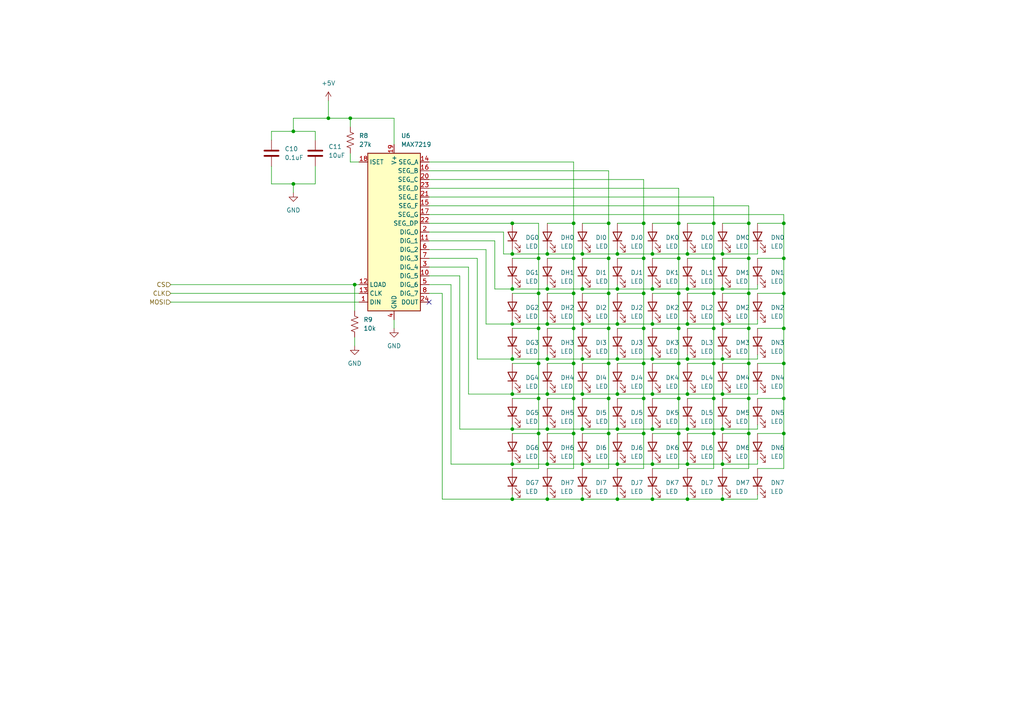
<source format=kicad_sch>
(kicad_sch (version 20211123) (generator eeschema)
  (paper "A4")
  (lib_symbols
    (symbol "Device:C" (pin_numbers hide) (pin_names (offset 0.254))
      (property "Reference" "C" (at 0.635 2.54 0))
      (property "Value" "C" (at 0.635 -2.54 0))
      (symbol "C_0_1"
        (polyline (pts (xy -2.032 -0.762) (xy 2.032 -0.762)) (stroke (width 0.508)))
        (polyline (pts (xy -2.032 0.762) (xy 2.032 0.762)) (stroke (width 0.508)))
      )
      (symbol "C_1_1"
        (pin passive line (at 0 3.81 270) (length 2.794) (name "~") (number "1"))
        (pin passive line (at 0 -3.81 90) (length 2.794) (name "~") (number "2"))
      )
    )
    (symbol "Device:LED" (pin_numbers hide) (pin_names (offset 1.016) hide)
      (property "Reference" "D" (at 0 2.54 0))
      (property "Value" "LED" (at 0 -2.54 0))
      (symbol "LED_0_1"
        (polyline (pts (xy -1.27 -1.27) (xy -1.27 1.27)) (stroke (width 0.254)))
        (polyline (pts (xy -1.27 0) (xy 1.27 0)))
        (polyline (pts (xy 1.27 -1.27) (xy 1.27 1.27) (xy -1.27 0) (xy 1.27 -1.27)) (stroke (width 0.254)))
        (polyline (pts (xy -3.048 -0.762) (xy -4.572 -2.286) (xy -3.81 -2.286) (xy -4.572 -2.286) (xy -4.572 -1.524)))
        (polyline (pts (xy -1.778 -0.762) (xy -3.302 -2.286) (xy -2.54 -2.286) (xy -3.302 -2.286) (xy -3.302 -1.524)))
      )
      (symbol "LED_1_1"
        (pin passive line (at -3.81 0 0) (length 2.54) (name "K") (number "1"))
        (pin passive line (at 3.81 0 180) (length 2.54) (name "A") (number "2"))
      )
    )
    (symbol "Device:R_US" (pin_numbers hide) (pin_names (offset 0))
      (property "Reference" "R" (at 2.54 0 90))
      (property "Value" "R_US" (at -2.54 0 90))
      (symbol "R_US_0_1"
        (polyline (pts (xy 0 -2.286) (xy 0 -2.54)))
        (polyline (pts (xy 0 2.286) (xy 0 2.54)))
        (polyline (pts (xy 0 -0.762) (xy 1.016 -1.143) (xy 0 -1.524) (xy -1.016 -1.905) (xy 0 -2.286)))
        (polyline (pts (xy 0 0.762) (xy 1.016 0.381) (xy 0 0) (xy -1.016 -0.381) (xy 0 -0.762)))
        (polyline (pts (xy 0 2.286) (xy 1.016 1.905) (xy 0 1.524) (xy -1.016 1.143) (xy 0 0.762)))
      )
      (symbol "R_US_1_1"
        (pin passive line (at 0 3.81 270) (length 1.27) (name "~") (number "1"))
        (pin passive line (at 0 -3.81 90) (length 1.27) (name "~") (number "2"))
      )
    )
    (symbol "Driver_LED:MAX7219"
      (property "Reference" "U" (at -6.35 24.13 0))
      (property "Value" "MAX7219" (at 1.27 25.4 0))
      (symbol "MAX7219_0_1"
        (rectangle (start -7.62 22.86) (end 7.62 -22.86) (stroke (width 0.254)) (fill (type background)))
      )
      (symbol "MAX7219_1_1"
        (pin input line (at -10.16 -20.32 0) (length 2.54) (name "DIN") (number "1"))
        (pin output line (at 10.16 -12.7 180) (length 2.54) (name "DIG_5") (number "10"))
        (pin output line (at 10.16 -2.54 180) (length 2.54) (name "DIG_1") (number "11"))
        (pin input line (at -10.16 -15.24 0) (length 2.54) (name "LOAD") (number "12"))
        (pin input line (at -10.16 -17.78 0) (length 2.54) (name "CLK") (number "13"))
        (pin output line (at 10.16 20.32 180) (length 2.54) (name "SEG_A") (number "14"))
        (pin output line (at 10.16 7.62 180) (length 2.54) (name "SEG_F") (number "15"))
        (pin output line (at 10.16 17.78 180) (length 2.54) (name "SEG_B") (number "16"))
        (pin output line (at 10.16 5.08 180) (length 2.54) (name "SEG_G") (number "17"))
        (pin input line (at -10.16 20.32 0) (length 2.54) (name "ISET") (number "18"))
        (pin power_in line (at 0 25.4 270) (length 2.54) (name "V+") (number "19"))
        (pin output line (at 10.16 0 180) (length 2.54) (name "DIG_0") (number "2"))
        (pin output line (at 10.16 15.24 180) (length 2.54) (name "SEG_C") (number "20"))
        (pin output line (at 10.16 10.16 180) (length 2.54) (name "SEG_E") (number "21"))
        (pin output line (at 10.16 2.54 180) (length 2.54) (name "SEG_DP") (number "22"))
        (pin output line (at 10.16 12.7 180) (length 2.54) (name "SEG_D") (number "23"))
        (pin output line (at 10.16 -20.32 180) (length 2.54) (name "DOUT") (number "24"))
        (pin output line (at 10.16 -10.16 180) (length 2.54) (name "DIG_4") (number "3"))
        (pin power_in line (at 0 -25.4 90) (length 2.54) (name "GND") (number "4"))
        (pin output line (at 10.16 -15.24 180) (length 2.54) (name "DIG_6") (number "5"))
        (pin output line (at 10.16 -5.08 180) (length 2.54) (name "DIG_2") (number "6"))
        (pin output line (at 10.16 -7.62 180) (length 2.54) (name "DIG_3") (number "7"))
        (pin output line (at 10.16 -17.78 180) (length 2.54) (name "DIG_7") (number "8"))
        (pin passive line (at 0 -25.4 90) (length 2.54) hide (name "GND") (number "9"))
      )
    )
    (symbol "power:+5V" (power) (pin_names (offset 0))
      (property "Value" "+5V" (at 0 3.556 0))
      (symbol "+5V_0_1"
        (polyline (pts (xy -0.762 1.27) (xy 0 2.54)))
        (polyline (pts (xy 0 0) (xy 0 2.54)))
        (polyline (pts (xy 0 2.54) (xy 0.762 1.27)))
      )
      (symbol "+5V_1_1"
        (pin power_in line (at 0 0 90) (length 0) hide (name "+5V") (number "1"))
      )
    )
    (symbol "power:GND" (power) (pin_names (offset 0))
      (property "Value" "GND" (at 0 -3.81 0))
      (symbol "GND_0_1"
        (polyline (pts (xy 0 0) (xy 0 -1.27) (xy 1.27 -1.27) (xy 0 -2.54) (xy -1.27 -1.27) (xy 0 -1.27)))
      )
      (symbol "GND_1_1"
        (pin power_in line (at 0 0 270) (length 0) hide (name "GND") (number "1"))
      )
    )
  )
  (junction (at 217.17 105.41))
  (junction (at 209.55 124.46))
  (junction (at 168.91 73.66))
  (junction (at 179.07 73.66))
  (junction (at 207.01 64.77))
  (junction (at 209.55 73.66))
  (junction (at 176.53 85.09))
  (junction (at 209.55 83.82))
  (junction (at 227.33 95.25))
  (junction (at 168.91 83.82))
  (junction (at 166.37 64.77))
  (junction (at 156.21 125.73))
  (junction (at 101.6 34.29))
  (junction (at 199.39 73.66))
  (junction (at 186.69 95.25))
  (junction (at 207.01 105.41))
  (junction (at 189.23 144.78))
  (junction (at 168.91 93.98))
  (junction (at 186.69 115.57))
  (junction (at 176.53 115.57))
  (junction (at 207.01 95.25))
  (junction (at 179.07 124.46))
  (junction (at 166.37 74.93))
  (junction (at 199.39 93.98))
  (junction (at 102.87 82.55))
  (junction (at 189.23 134.62))
  (junction (at 148.59 64.77))
  (junction (at 158.75 104.14))
  (junction (at 179.07 144.78))
  (junction (at 199.39 104.14))
  (junction (at 85.09 53.34))
  (junction (at 166.37 125.73))
  (junction (at 176.53 105.41))
  (junction (at 217.17 95.25))
  (junction (at 156.21 115.57))
  (junction (at 168.91 104.14))
  (junction (at 158.75 83.82))
  (junction (at 209.55 134.62))
  (junction (at 166.37 85.09))
  (junction (at 199.39 114.3))
  (junction (at 158.75 93.98))
  (junction (at 148.59 73.66))
  (junction (at 207.01 85.09))
  (junction (at 166.37 95.25))
  (junction (at 168.91 114.3))
  (junction (at 186.69 64.77))
  (junction (at 209.55 93.98))
  (junction (at 217.17 85.09))
  (junction (at 227.33 105.41))
  (junction (at 166.37 105.41))
  (junction (at 196.85 115.57))
  (junction (at 158.75 124.46))
  (junction (at 196.85 74.93))
  (junction (at 168.91 134.62))
  (junction (at 209.55 114.3))
  (junction (at 158.75 73.66))
  (junction (at 209.55 104.14))
  (junction (at 207.01 115.57))
  (junction (at 217.17 115.57))
  (junction (at 148.59 144.78))
  (junction (at 148.59 93.98))
  (junction (at 179.07 134.62))
  (junction (at 179.07 114.3))
  (junction (at 186.69 85.09))
  (junction (at 209.55 144.78))
  (junction (at 85.09 38.1))
  (junction (at 189.23 104.14))
  (junction (at 199.39 83.82))
  (junction (at 148.59 134.62))
  (junction (at 199.39 134.62))
  (junction (at 217.17 125.73))
  (junction (at 196.85 85.09))
  (junction (at 179.07 93.98))
  (junction (at 189.23 124.46))
  (junction (at 189.23 93.98))
  (junction (at 199.39 144.78))
  (junction (at 207.01 74.93))
  (junction (at 196.85 64.77))
  (junction (at 186.69 74.93))
  (junction (at 227.33 64.77))
  (junction (at 168.91 124.46))
  (junction (at 176.53 125.73))
  (junction (at 196.85 105.41))
  (junction (at 186.69 125.73))
  (junction (at 148.59 124.46))
  (junction (at 199.39 124.46))
  (junction (at 95.25 34.29))
  (junction (at 189.23 83.82))
  (junction (at 179.07 104.14))
  (junction (at 227.33 85.09))
  (junction (at 189.23 73.66))
  (junction (at 156.21 85.09))
  (junction (at 148.59 83.82))
  (junction (at 176.53 64.77))
  (junction (at 179.07 83.82))
  (junction (at 189.23 114.3))
  (junction (at 156.21 74.93))
  (junction (at 158.75 114.3))
  (junction (at 227.33 74.93))
  (junction (at 158.75 134.62))
  (junction (at 186.69 105.41))
  (junction (at 217.17 74.93))
  (junction (at 176.53 74.93))
  (junction (at 196.85 125.73))
  (junction (at 168.91 144.78))
  (junction (at 148.59 104.14))
  (junction (at 156.21 95.25))
  (junction (at 166.37 115.57))
  (junction (at 207.01 125.73))
  (junction (at 148.59 114.3))
  (junction (at 158.75 144.78))
  (junction (at 156.21 105.41))
  (junction (at 176.53 95.25))
  (junction (at 217.17 64.77))
  (junction (at 227.33 115.57))
  (junction (at 227.33 125.73))
  (junction (at 196.85 95.25))
  (no_connect (at 124.46 87.63))
  (wire (pts (xy 199.39 114.3) (xy 189.23 114.3)))
  (wire (pts (xy 199.39 102.87) (xy 199.39 104.14)))
  (wire (pts (xy 148.59 104.14) (xy 138.43 104.14)))
  (wire (pts (xy 219.71 85.09) (xy 227.33 85.09)))
  (wire (pts (xy 179.07 124.46) (xy 168.91 124.46)))
  (wire (pts (xy 176.53 85.09) (xy 176.53 95.25)))
  (wire (pts (xy 227.33 85.09) (xy 227.33 95.25)))
  (wire (pts (xy 179.07 93.98) (xy 168.91 93.98)))
  (wire (pts (xy 189.23 85.09) (xy 196.85 85.09)))
  (wire (pts (xy 114.3 34.29) (xy 101.6 34.29)))
  (wire (pts (xy 158.75 114.3) (xy 148.59 114.3)))
  (wire (pts (xy 209.55 64.77) (xy 217.17 64.77)))
  (wire (pts (xy 179.07 143.51) (xy 179.07 144.78)))
  (wire (pts (xy 166.37 85.09) (xy 166.37 95.25)))
  (wire (pts (xy 158.75 105.41) (xy 166.37 105.41)))
  (wire (pts (xy 148.59 124.46) (xy 133.35 124.46)))
  (wire (pts (xy 189.23 105.41) (xy 196.85 105.41)))
  (wire (pts (xy 168.91 143.51) (xy 168.91 144.78)))
  (wire (pts (xy 176.53 95.25) (xy 176.53 105.41)))
  (wire (pts (xy 219.71 144.78) (xy 209.55 144.78)))
  (wire (pts (xy 168.91 124.46) (xy 158.75 124.46)))
  (wire (pts (xy 219.71 113.03) (xy 219.71 114.3)))
  (wire (pts (xy 101.6 34.29) (xy 101.6 36.83)))
  (wire (pts (xy 189.23 95.25) (xy 196.85 95.25)))
  (wire (pts (xy 189.23 113.03) (xy 189.23 114.3)))
  (wire (pts (xy 114.3 41.91) (xy 114.3 34.29)))
  (wire (pts (xy 49.53 85.09) (xy 104.14 85.09)))
  (wire (pts (xy 124.46 69.85) (xy 143.51 69.85)))
  (wire (pts (xy 199.39 144.78) (xy 189.23 144.78)))
  (wire (pts (xy 176.53 64.77) (xy 176.53 74.93)))
  (wire (pts (xy 158.75 102.87) (xy 158.75 104.14)))
  (wire (pts (xy 217.17 95.25) (xy 217.17 105.41)))
  (wire (pts (xy 179.07 82.55) (xy 179.07 83.82)))
  (wire (pts (xy 199.39 74.93) (xy 207.01 74.93)))
  (wire (pts (xy 78.74 38.1) (xy 85.09 38.1)))
  (wire (pts (xy 95.25 29.21) (xy 95.25 34.29)))
  (wire (pts (xy 158.75 133.35) (xy 158.75 134.62)))
  (wire (pts (xy 179.07 105.41) (xy 186.69 105.41)))
  (wire (pts (xy 189.23 125.73) (xy 196.85 125.73)))
  (wire (pts (xy 130.81 134.62) (xy 130.81 82.55)))
  (wire (pts (xy 102.87 82.55) (xy 102.87 90.17)))
  (wire (pts (xy 176.53 74.93) (xy 176.53 85.09)))
  (wire (pts (xy 168.91 105.41) (xy 176.53 105.41)))
  (wire (pts (xy 186.69 125.73) (xy 186.69 135.89)))
  (wire (pts (xy 156.21 85.09) (xy 156.21 95.25)))
  (wire (pts (xy 179.07 64.77) (xy 186.69 64.77)))
  (wire (pts (xy 91.44 48.26) (xy 91.44 53.34)))
  (wire (pts (xy 199.39 115.57) (xy 207.01 115.57)))
  (wire (pts (xy 219.71 104.14) (xy 209.55 104.14)))
  (wire (pts (xy 148.59 134.62) (xy 130.81 134.62)))
  (wire (pts (xy 219.71 102.87) (xy 219.71 104.14)))
  (wire (pts (xy 179.07 92.71) (xy 179.07 93.98)))
  (wire (pts (xy 49.53 82.55) (xy 102.87 82.55)))
  (wire (pts (xy 209.55 144.78) (xy 199.39 144.78)))
  (wire (pts (xy 199.39 73.66) (xy 189.23 73.66)))
  (wire (pts (xy 148.59 143.51) (xy 148.59 144.78)))
  (wire (pts (xy 124.46 59.69) (xy 217.17 59.69)))
  (wire (pts (xy 199.39 123.19) (xy 199.39 124.46)))
  (wire (pts (xy 148.59 74.93) (xy 156.21 74.93)))
  (wire (pts (xy 179.07 72.39) (xy 179.07 73.66)))
  (wire (pts (xy 219.71 92.71) (xy 219.71 93.98)))
  (wire (pts (xy 156.21 135.89) (xy 148.59 135.89)))
  (wire (pts (xy 207.01 64.77) (xy 207.01 74.93)))
  (wire (pts (xy 189.23 124.46) (xy 179.07 124.46)))
  (wire (pts (xy 158.75 125.73) (xy 166.37 125.73)))
  (wire (pts (xy 168.91 93.98) (xy 158.75 93.98)))
  (wire (pts (xy 207.01 74.93) (xy 207.01 85.09)))
  (wire (pts (xy 166.37 46.99) (xy 166.37 64.77)))
  (wire (pts (xy 199.39 143.51) (xy 199.39 144.78)))
  (wire (pts (xy 209.55 85.09) (xy 217.17 85.09)))
  (wire (pts (xy 135.89 114.3) (xy 135.89 77.47)))
  (wire (pts (xy 148.59 85.09) (xy 156.21 85.09)))
  (wire (pts (xy 91.44 38.1) (xy 91.44 40.64)))
  (wire (pts (xy 207.01 125.73) (xy 207.01 135.89)))
  (wire (pts (xy 227.33 62.23) (xy 227.33 64.77)))
  (wire (pts (xy 189.23 72.39) (xy 189.23 73.66)))
  (wire (pts (xy 176.53 135.89) (xy 168.91 135.89)))
  (wire (pts (xy 176.53 125.73) (xy 176.53 135.89)))
  (wire (pts (xy 138.43 74.93) (xy 124.46 74.93)))
  (wire (pts (xy 156.21 115.57) (xy 156.21 125.73)))
  (wire (pts (xy 207.01 105.41) (xy 207.01 115.57)))
  (wire (pts (xy 148.59 72.39) (xy 148.59 73.66)))
  (wire (pts (xy 219.71 124.46) (xy 209.55 124.46)))
  (wire (pts (xy 49.53 87.63) (xy 104.14 87.63)))
  (wire (pts (xy 227.33 125.73) (xy 227.33 135.89)))
  (wire (pts (xy 219.71 93.98) (xy 209.55 93.98)))
  (wire (pts (xy 176.53 49.53) (xy 176.53 64.77)))
  (wire (pts (xy 168.91 64.77) (xy 176.53 64.77)))
  (wire (pts (xy 85.09 55.88) (xy 85.09 53.34)))
  (wire (pts (xy 227.33 135.89) (xy 219.71 135.89)))
  (wire (pts (xy 189.23 115.57) (xy 196.85 115.57)))
  (wire (pts (xy 199.39 95.25) (xy 207.01 95.25)))
  (wire (pts (xy 102.87 97.79) (xy 102.87 100.33)))
  (wire (pts (xy 130.81 82.55) (xy 124.46 82.55)))
  (wire (pts (xy 168.91 92.71) (xy 168.91 93.98)))
  (wire (pts (xy 158.75 64.77) (xy 166.37 64.77)))
  (wire (pts (xy 196.85 135.89) (xy 189.23 135.89)))
  (wire (pts (xy 189.23 102.87) (xy 189.23 104.14)))
  (wire (pts (xy 168.91 133.35) (xy 168.91 134.62)))
  (wire (pts (xy 199.39 93.98) (xy 189.23 93.98)))
  (wire (pts (xy 148.59 144.78) (xy 128.27 144.78)))
  (wire (pts (xy 199.39 105.41) (xy 207.01 105.41)))
  (wire (pts (xy 148.59 73.66) (xy 146.05 73.66)))
  (wire (pts (xy 158.75 124.46) (xy 148.59 124.46)))
  (wire (pts (xy 219.71 64.77) (xy 227.33 64.77)))
  (wire (pts (xy 219.71 133.35) (xy 219.71 134.62)))
  (wire (pts (xy 148.59 95.25) (xy 156.21 95.25)))
  (wire (pts (xy 85.09 34.29) (xy 85.09 38.1)))
  (wire (pts (xy 196.85 105.41) (xy 196.85 115.57)))
  (wire (pts (xy 166.37 74.93) (xy 166.37 85.09)))
  (wire (pts (xy 168.91 104.14) (xy 158.75 104.14)))
  (wire (pts (xy 199.39 72.39) (xy 199.39 73.66)))
  (wire (pts (xy 133.35 80.01) (xy 124.46 80.01)))
  (wire (pts (xy 189.23 93.98) (xy 179.07 93.98)))
  (wire (pts (xy 209.55 113.03) (xy 209.55 114.3)))
  (wire (pts (xy 148.59 125.73) (xy 156.21 125.73)))
  (wire (pts (xy 101.6 46.99) (xy 104.14 46.99)))
  (wire (pts (xy 189.23 83.82) (xy 199.39 83.82)))
  (wire (pts (xy 196.85 125.73) (xy 196.85 135.89)))
  (wire (pts (xy 209.55 123.19) (xy 209.55 124.46)))
  (wire (pts (xy 189.23 123.19) (xy 189.23 124.46)))
  (wire (pts (xy 186.69 135.89) (xy 179.07 135.89)))
  (wire (pts (xy 199.39 85.09) (xy 207.01 85.09)))
  (wire (pts (xy 91.44 53.34) (xy 85.09 53.34)))
  (wire (pts (xy 168.91 74.93) (xy 176.53 74.93)))
  (wire (pts (xy 128.27 144.78) (xy 128.27 85.09)))
  (wire (pts (xy 199.39 125.73) (xy 207.01 125.73)))
  (wire (pts (xy 217.17 105.41) (xy 217.17 115.57)))
  (wire (pts (xy 124.46 46.99) (xy 166.37 46.99)))
  (wire (pts (xy 196.85 54.61) (xy 196.85 64.77)))
  (wire (pts (xy 168.91 82.55) (xy 168.91 83.82)))
  (wire (pts (xy 148.59 92.71) (xy 148.59 93.98)))
  (wire (pts (xy 209.55 93.98) (xy 199.39 93.98)))
  (wire (pts (xy 78.74 53.34) (xy 85.09 53.34)))
  (wire (pts (xy 168.91 102.87) (xy 168.91 104.14)))
  (wire (pts (xy 176.53 105.41) (xy 176.53 115.57)))
  (wire (pts (xy 158.75 73.66) (xy 148.59 73.66)))
  (wire (pts (xy 166.37 64.77) (xy 166.37 74.93)))
  (wire (pts (xy 179.07 133.35) (xy 179.07 134.62)))
  (wire (pts (xy 209.55 92.71) (xy 209.55 93.98)))
  (wire (pts (xy 189.23 134.62) (xy 179.07 134.62)))
  (wire (pts (xy 199.39 133.35) (xy 199.39 134.62)))
  (wire (pts (xy 207.01 135.89) (xy 199.39 135.89)))
  (wire (pts (xy 168.91 72.39) (xy 168.91 73.66)))
  (wire (pts (xy 143.51 83.82) (xy 143.51 69.85)))
  (wire (pts (xy 217.17 85.09) (xy 217.17 95.25)))
  (wire (pts (xy 168.91 123.19) (xy 168.91 124.46)))
  (wire (pts (xy 124.46 52.07) (xy 186.69 52.07)))
  (wire (pts (xy 158.75 115.57) (xy 166.37 115.57)))
  (wire (pts (xy 158.75 143.51) (xy 158.75 144.78)))
  (wire (pts (xy 179.07 114.3) (xy 168.91 114.3)))
  (wire (pts (xy 209.55 125.73) (xy 217.17 125.73)))
  (wire (pts (xy 199.39 64.77) (xy 207.01 64.77)))
  (wire (pts (xy 179.07 95.25) (xy 186.69 95.25)))
  (wire (pts (xy 219.71 115.57) (xy 227.33 115.57)))
  (wire (pts (xy 78.74 40.64) (xy 78.74 38.1)))
  (wire (pts (xy 179.07 74.93) (xy 186.69 74.93)))
  (wire (pts (xy 217.17 135.89) (xy 209.55 135.89)))
  (wire (pts (xy 148.59 83.82) (xy 158.75 83.82)))
  (wire (pts (xy 207.01 115.57) (xy 207.01 125.73)))
  (wire (pts (xy 189.23 64.77) (xy 196.85 64.77)))
  (wire (pts (xy 186.69 115.57) (xy 186.69 125.73)))
  (wire (pts (xy 166.37 115.57) (xy 166.37 125.73)))
  (wire (pts (xy 148.59 82.55) (xy 148.59 83.82)))
  (wire (pts (xy 146.05 67.31) (xy 124.46 67.31)))
  (wire (pts (xy 217.17 115.57) (xy 217.17 125.73)))
  (wire (pts (xy 135.89 77.47) (xy 124.46 77.47)))
  (wire (pts (xy 209.55 133.35) (xy 209.55 134.62)))
  (wire (pts (xy 186.69 105.41) (xy 186.69 115.57)))
  (wire (pts (xy 156.21 74.93) (xy 156.21 85.09)))
  (wire (pts (xy 189.23 104.14) (xy 179.07 104.14)))
  (wire (pts (xy 189.23 92.71) (xy 189.23 93.98)))
  (wire (pts (xy 133.35 124.46) (xy 133.35 80.01)))
  (wire (pts (xy 166.37 95.25) (xy 166.37 105.41)))
  (wire (pts (xy 209.55 102.87) (xy 209.55 104.14)))
  (wire (pts (xy 78.74 48.26) (xy 78.74 53.34)))
  (wire (pts (xy 168.91 95.25) (xy 176.53 95.25)))
  (wire (pts (xy 219.71 125.73) (xy 227.33 125.73)))
  (wire (pts (xy 199.39 113.03) (xy 199.39 114.3)))
  (wire (pts (xy 158.75 144.78) (xy 148.59 144.78)))
  (wire (pts (xy 168.91 134.62) (xy 158.75 134.62)))
  (wire (pts (xy 148.59 102.87) (xy 148.59 104.14)))
  (wire (pts (xy 148.59 115.57) (xy 156.21 115.57)))
  (wire (pts (xy 168.91 125.73) (xy 176.53 125.73)))
  (wire (pts (xy 219.71 82.55) (xy 219.71 83.82)))
  (wire (pts (xy 219.71 74.93) (xy 227.33 74.93)))
  (wire (pts (xy 101.6 44.45) (xy 101.6 46.99)))
  (wire (pts (xy 186.69 85.09) (xy 186.69 95.25)))
  (wire (pts (xy 166.37 135.89) (xy 158.75 135.89)))
  (wire (pts (xy 179.07 113.03) (xy 179.07 114.3)))
  (wire (pts (xy 168.91 73.66) (xy 158.75 73.66)))
  (wire (pts (xy 158.75 83.82) (xy 168.91 83.82)))
  (wire (pts (xy 209.55 72.39) (xy 209.55 73.66)))
  (wire (pts (xy 209.55 143.51) (xy 209.55 144.78)))
  (wire (pts (xy 140.97 72.39) (xy 124.46 72.39)))
  (wire (pts (xy 209.55 105.41) (xy 217.17 105.41)))
  (wire (pts (xy 156.21 64.77) (xy 156.21 74.93)))
  (wire (pts (xy 179.07 83.82) (xy 189.23 83.82)))
  (wire (pts (xy 168.91 85.09) (xy 176.53 85.09)))
  (wire (pts (xy 158.75 72.39) (xy 158.75 73.66)))
  (wire (pts (xy 101.6 34.29) (xy 95.25 34.29)))
  (wire (pts (xy 189.23 74.93) (xy 196.85 74.93)))
  (wire (pts (xy 179.07 123.19) (xy 179.07 124.46)))
  (wire (pts (xy 207.01 85.09) (xy 207.01 95.25)))
  (wire (pts (xy 124.46 62.23) (xy 227.33 62.23)))
  (wire (pts (xy 219.71 114.3) (xy 209.55 114.3)))
  (wire (pts (xy 146.05 73.66) (xy 146.05 67.31)))
  (wire (pts (xy 114.3 92.71) (xy 114.3 95.25)))
  (wire (pts (xy 199.39 83.82) (xy 209.55 83.82)))
  (wire (pts (xy 186.69 74.93) (xy 186.69 85.09)))
  (wire (pts (xy 158.75 93.98) (xy 148.59 93.98)))
  (wire (pts (xy 166.37 125.73) (xy 166.37 135.89)))
  (wire (pts (xy 124.46 49.53) (xy 176.53 49.53)))
  (wire (pts (xy 196.85 85.09) (xy 196.85 95.25)))
  (wire (pts (xy 158.75 95.25) (xy 166.37 95.25)))
  (wire (pts (xy 217.17 64.77) (xy 217.17 74.93)))
  (wire (pts (xy 176.53 115.57) (xy 176.53 125.73)))
  (wire (pts (xy 148.59 133.35) (xy 148.59 134.62)))
  (wire (pts (xy 158.75 82.55) (xy 158.75 83.82)))
  (wire (pts (xy 158.75 85.09) (xy 166.37 85.09)))
  (wire (pts (xy 207.01 57.15) (xy 207.01 64.77)))
  (wire (pts (xy 179.07 85.09) (xy 186.69 85.09)))
  (wire (pts (xy 217.17 74.93) (xy 217.17 85.09)))
  (wire (pts (xy 209.55 104.14) (xy 199.39 104.14)))
  (wire (pts (xy 209.55 115.57) (xy 217.17 115.57)))
  (wire (pts (xy 179.07 102.87) (xy 179.07 104.14)))
  (wire (pts (xy 196.85 115.57) (xy 196.85 125.73)))
  (wire (pts (xy 196.85 64.77) (xy 196.85 74.93)))
  (wire (pts (xy 199.39 124.46) (xy 189.23 124.46)))
  (wire (pts (xy 189.23 114.3) (xy 179.07 114.3)))
  (wire (pts (xy 179.07 104.14) (xy 168.91 104.14)))
  (wire (pts (xy 199.39 104.14) (xy 189.23 104.14)))
  (wire (pts (xy 158.75 123.19) (xy 158.75 124.46)))
  (wire (pts (xy 207.01 95.25) (xy 207.01 105.41)))
  (wire (pts (xy 219.71 143.51) (xy 219.71 144.78)))
  (wire (pts (xy 166.37 105.41) (xy 166.37 115.57)))
  (wire (pts (xy 189.23 144.78) (xy 179.07 144.78)))
  (wire (pts (xy 148.59 105.41) (xy 156.21 105.41)))
  (wire (pts (xy 186.69 52.07) (xy 186.69 64.77)))
  (wire (pts (xy 179.07 73.66) (xy 168.91 73.66)))
  (wire (pts (xy 95.25 34.29) (xy 85.09 34.29)))
  (wire (pts (xy 168.91 114.3) (xy 158.75 114.3)))
  (wire (pts (xy 189.23 73.66) (xy 179.07 73.66)))
  (wire (pts (xy 148.59 123.19) (xy 148.59 124.46)))
  (wire (pts (xy 227.33 105.41) (xy 227.33 115.57)))
  (wire (pts (xy 219.71 134.62) (xy 209.55 134.62)))
  (wire (pts (xy 227.33 95.25) (xy 227.33 105.41)))
  (wire (pts (xy 199.39 82.55) (xy 199.39 83.82)))
  (wire (pts (xy 219.71 73.66) (xy 209.55 73.66)))
  (wire (pts (xy 158.75 134.62) (xy 148.59 134.62)))
  (wire (pts (xy 219.71 123.19) (xy 219.71 124.46)))
  (wire (pts (xy 102.87 82.55) (xy 104.14 82.55)))
  (wire (pts (xy 168.91 83.82) (xy 179.07 83.82)))
  (wire (pts (xy 148.59 93.98) (xy 140.97 93.98)))
  (wire (pts (xy 168.91 113.03) (xy 168.91 114.3)))
  (wire (pts (xy 209.55 124.46) (xy 199.39 124.46)))
  (wire (pts (xy 209.55 83.82) (xy 219.71 83.82)))
  (wire (pts (xy 124.46 64.77) (xy 148.59 64.77)))
  (wire (pts (xy 148.59 64.77) (xy 156.21 64.77)))
  (wire (pts (xy 189.23 143.51) (xy 189.23 144.78)))
  (wire (pts (xy 209.55 82.55) (xy 209.55 83.82)))
  (wire (pts (xy 179.07 115.57) (xy 186.69 115.57)))
  (wire (pts (xy 143.51 83.82) (xy 148.59 83.82)))
  (wire (pts (xy 168.91 144.78) (xy 158.75 144.78)))
  (wire (pts (xy 217.17 125.73) (xy 217.17 135.89)))
  (wire (pts (xy 179.07 134.62) (xy 168.91 134.62)))
  (wire (pts (xy 85.09 38.1) (xy 91.44 38.1)))
  (wire (pts (xy 219.71 72.39) (xy 219.71 73.66)))
  (wire (pts (xy 140.97 93.98) (xy 140.97 72.39)))
  (wire (pts (xy 186.69 95.25) (xy 186.69 105.41)))
  (wire (pts (xy 196.85 74.93) (xy 196.85 85.09)))
  (wire (pts (xy 156.21 95.25) (xy 156.21 105.41)))
  (wire (pts (xy 158.75 113.03) (xy 158.75 114.3)))
  (wire (pts (xy 179.07 144.78) (xy 168.91 144.78)))
  (wire (pts (xy 209.55 74.93) (xy 217.17 74.93)))
  (wire (pts (xy 209.55 95.25) (xy 217.17 95.25)))
  (wire (pts (xy 227.33 74.93) (xy 227.33 85.09)))
  (wire (pts (xy 227.33 64.77) (xy 227.33 74.93)))
  (wire (pts (xy 138.43 104.14) (xy 138.43 74.93)))
  (wire (pts (xy 199.39 134.62) (xy 189.23 134.62)))
  (wire (pts (xy 168.91 115.57) (xy 176.53 115.57)))
  (wire (pts (xy 128.27 85.09) (xy 124.46 85.09)))
  (wire (pts (xy 209.55 114.3) (xy 199.39 114.3)))
  (wire (pts (xy 189.23 82.55) (xy 189.23 83.82)))
  (wire (pts (xy 209.55 134.62) (xy 199.39 134.62)))
  (wire (pts (xy 158.75 74.93) (xy 166.37 74.93)))
  (wire (pts (xy 196.85 95.25) (xy 196.85 105.41)))
  (wire (pts (xy 148.59 114.3) (xy 135.89 114.3)))
  (wire (pts (xy 158.75 92.71) (xy 158.75 93.98)))
  (wire (pts (xy 158.75 104.14) (xy 148.59 104.14)))
  (wire (pts (xy 156.21 125.73) (xy 156.21 135.89)))
  (wire (pts (xy 148.59 113.03) (xy 148.59 114.3)))
  (wire (pts (xy 186.69 64.77) (xy 186.69 74.93)))
  (wire (pts (xy 199.39 92.71) (xy 199.39 93.98)))
  (wire (pts (xy 209.55 73.66) (xy 199.39 73.66)))
  (wire (pts (xy 189.23 133.35) (xy 189.23 134.62)))
  (wire (pts (xy 124.46 57.15) (xy 207.01 57.15)))
  (wire (pts (xy 227.33 115.57) (xy 227.33 125.73)))
  (wire (pts (xy 179.07 125.73) (xy 186.69 125.73)))
  (wire (pts (xy 219.71 95.25) (xy 227.33 95.25)))
  (wire (pts (xy 217.17 59.69) (xy 217.17 64.77)))
  (wire (pts (xy 156.21 105.41) (xy 156.21 115.57)))
  (wire (pts (xy 124.46 54.61) (xy 196.85 54.61)))
  (wire (pts (xy 219.71 105.41) (xy 227.33 105.41)))
  (hierarchical_label "CS" (shape input) (at 49.53 82.55 180))
  (hierarchical_label "CLK" (shape input) (at 49.53 85.09 180))
  (hierarchical_label "MOSI" (shape input) (at 49.53 87.63 180))
  (symbol (lib_id "Device:LED") (at 219.71 78.74 90) (unit 1)
    (property "Reference" "DN1" (at 223.52 79.0574 90) (effects (justify right)))
    (property "Value" "LED" (at 223.52 81.5974 90) (effects (justify right)))
    (property "Footprint" "local:LED_Rectangular_W7.0mm_H2.3mm" (effects hide))
  )
  (symbol (lib_id "Device:LED") (at 189.23 129.54 90) (unit 1)
    (property "Reference" "DK6" (at 193.04 129.8574 90) (effects (justify right)))
    (property "Value" "LED" (at 193.04 132.3974 90) (effects (justify right)))
    (property "Footprint" "local:LED_Rectangular_W7.0mm_H2.3mm" (effects hide))
  )
  (symbol (lib_id "Device:LED") (at 179.07 88.9 90) (unit 1)
    (property "Reference" "DJ2" (at 182.88 89.2174 90) (effects (justify right)))
    (property "Value" "LED" (at 182.88 91.7574 90) (effects (justify right)))
    (property "Footprint" "local:LED_Rectangular_W7.0mm_H2.3mm" (effects hide))
  )
  (symbol (lib_id "Device:LED") (at 189.23 99.06 90) (unit 1)
    (property "Reference" "DK3" (at 193.04 99.3774 90) (effects (justify right)))
    (property "Value" "LED" (at 193.04 101.9174 90) (effects (justify right)))
    (property "Footprint" "local:LED_Rectangular_W7.0mm_H2.3mm" (effects hide))
  )
  (symbol (lib_id "Device:LED") (at 179.07 129.54 90) (unit 1)
    (property "Reference" "DJ6" (at 182.88 129.8574 90) (effects (justify right)))
    (property "Value" "LED" (at 182.88 132.3974 90) (effects (justify right)))
    (property "Footprint" "local:LED_Rectangular_W7.0mm_H2.3mm" (effects hide))
  )
  (symbol (lib_id "Device:LED") (at 209.55 139.7 90) (unit 1)
    (property "Reference" "DM7" (at 213.36 140.0174 90) (effects (justify right)))
    (property "Value" "LED" (at 213.36 142.5574 90) (effects (justify right)))
    (property "Footprint" "local:LED_Rectangular_W7.0mm_H2.3mm" (effects hide))
  )
  (symbol (lib_id "Device:LED") (at 219.71 99.06 90) (unit 1)
    (property "Reference" "DN3" (at 223.52 99.3774 90) (effects (justify right)))
    (property "Value" "LED" (at 223.52 101.9174 90) (effects (justify right)))
    (property "Footprint" "local:LED_Rectangular_W7.0mm_H2.3mm" (effects hide))
  )
  (symbol (lib_id "Device:LED") (at 168.91 78.74 90) (unit 1)
    (property "Reference" "DI1" (at 172.72 79.0574 90) (effects (justify right)))
    (property "Value" "LED" (at 172.72 81.5974 90) (effects (justify right)))
    (property "Footprint" "local:LED_Rectangular_W7.0mm_H2.3mm" (effects hide))
  )
  (symbol (lib_id "Device:LED") (at 189.23 109.22 90) (unit 1)
    (property "Reference" "DK4" (at 193.04 109.5374 90) (effects (justify right)))
    (property "Value" "LED" (at 193.04 112.0774 90) (effects (justify right)))
    (property "Footprint" "local:LED_Rectangular_W7.0mm_H2.3mm" (effects hide))
  )
  (symbol (lib_id "power:GND") (at 102.87 100.33 0) (unit 1)
    (property "Reference" "#PWR023" (effects hide))
    (property "Value" "GND" (at 102.87 105.41 0))
  )
  (symbol (lib_id "Device:LED") (at 158.75 88.9 90) (unit 1)
    (property "Reference" "DH2" (at 162.56 89.2174 90) (effects (justify right)))
    (property "Value" "LED" (at 162.56 91.7574 90) (effects (justify right)))
    (property "Footprint" "local:LED_Rectangular_W7.0mm_H2.3mm" (effects hide))
  )
  (symbol (lib_id "Device:LED") (at 209.55 88.9 90) (unit 1)
    (property "Reference" "DM2" (at 213.36 89.2174 90) (effects (justify right)))
    (property "Value" "LED" (at 213.36 91.7574 90) (effects (justify right)))
    (property "Footprint" "local:LED_Rectangular_W7.0mm_H2.3mm" (effects hide))
  )
  (symbol (lib_id "Device:LED") (at 168.91 68.58 90) (unit 1)
    (property "Reference" "DI0" (at 172.72 68.8974 90) (effects (justify right)))
    (property "Value" "LED" (at 172.72 71.4374 90) (effects (justify right)))
    (property "Footprint" "local:LED_Rectangular_W7.0mm_H2.3mm" (effects hide))
  )
  (symbol (lib_id "Device:LED") (at 189.23 88.9 90) (unit 1)
    (property "Reference" "DK2" (at 193.04 89.2174 90) (effects (justify right)))
    (property "Value" "LED" (at 193.04 91.7574 90) (effects (justify right)))
    (property "Footprint" "local:LED_Rectangular_W7.0mm_H2.3mm" (effects hide))
  )
  (symbol (lib_id "Device:LED") (at 209.55 129.54 90) (unit 1)
    (property "Reference" "DM6" (at 213.36 129.8574 90) (effects (justify right)))
    (property "Value" "LED" (at 213.36 132.3974 90) (effects (justify right)))
    (property "Footprint" "local:LED_Rectangular_W7.0mm_H2.3mm" (effects hide))
  )
  (symbol (lib_id "Device:LED") (at 168.91 139.7 90) (unit 1)
    (property "Reference" "DI7" (at 172.72 140.0174 90) (effects (justify right)))
    (property "Value" "LED" (at 172.72 142.5574 90) (effects (justify right)))
    (property "Footprint" "local:LED_Rectangular_W7.0mm_H2.3mm" (effects hide))
  )
  (symbol (lib_id "Device:LED") (at 158.75 99.06 90) (unit 1)
    (property "Reference" "DH3" (at 162.56 99.3774 90) (effects (justify right)))
    (property "Value" "LED" (at 162.56 101.9174 90) (effects (justify right)))
    (property "Footprint" "local:LED_Rectangular_W7.0mm_H2.3mm" (effects hide))
  )
  (symbol (lib_id "Device:LED") (at 189.23 78.74 90) (unit 1)
    (property "Reference" "DK1" (at 193.04 79.0574 90) (effects (justify right)))
    (property "Value" "LED" (at 193.04 81.5974 90) (effects (justify right)))
    (property "Footprint" "local:LED_Rectangular_W7.0mm_H2.3mm" (effects hide))
  )
  (symbol (lib_id "Device:LED") (at 209.55 109.22 90) (unit 1)
    (property "Reference" "DM4" (at 213.36 109.5374 90) (effects (justify right)))
    (property "Value" "LED" (at 213.36 112.0774 90) (effects (justify right)))
    (property "Footprint" "local:LED_Rectangular_W7.0mm_H2.3mm" (effects hide))
  )
  (symbol (lib_id "Device:LED") (at 199.39 88.9 90) (unit 1)
    (property "Reference" "DL2" (at 203.2 89.2174 90) (effects (justify right)))
    (property "Value" "LED" (at 203.2 91.7574 90) (effects (justify right)))
    (property "Footprint" "local:LED_Rectangular_W7.0mm_H2.3mm" (effects hide))
  )
  (symbol (lib_id "Device:LED") (at 168.91 119.38 90) (unit 1)
    (property "Reference" "DI5" (at 172.72 119.6974 90) (effects (justify right)))
    (property "Value" "LED" (at 172.72 122.2374 90) (effects (justify right)))
    (property "Footprint" "local:LED_Rectangular_W7.0mm_H2.3mm" (effects hide))
  )
  (symbol (lib_id "Device:LED") (at 168.91 109.22 90) (unit 1)
    (property "Reference" "DI4" (at 172.72 109.5374 90) (effects (justify right)))
    (property "Value" "LED" (at 172.72 112.0774 90) (effects (justify right)))
    (property "Footprint" "local:LED_Rectangular_W7.0mm_H2.3mm" (effects hide))
  )
  (symbol (lib_id "Device:LED") (at 158.75 129.54 90) (unit 1)
    (property "Reference" "DH6" (at 162.56 129.8574 90) (effects (justify right)))
    (property "Value" "LED" (at 162.56 132.3974 90) (effects (justify right)))
    (property "Footprint" "local:LED_Rectangular_W7.0mm_H2.3mm" (effects hide))
  )
  (symbol (lib_id "Device:LED") (at 219.71 119.38 90) (unit 1)
    (property "Reference" "DN5" (at 223.52 119.6974 90) (effects (justify right)))
    (property "Value" "LED" (at 223.52 122.2374 90) (effects (justify right)))
    (property "Footprint" "local:LED_Rectangular_W7.0mm_H2.3mm" (effects hide))
  )
  (symbol (lib_id "Device:LED") (at 199.39 68.58 90) (unit 1)
    (property "Reference" "DL0" (at 203.2 68.8974 90) (effects (justify right)))
    (property "Value" "LED" (at 203.2 71.4374 90) (effects (justify right)))
    (property "Footprint" "local:LED_Rectangular_W7.0mm_H2.3mm" (effects hide))
  )
  (symbol (lib_id "Device:LED") (at 168.91 88.9 90) (unit 1)
    (property "Reference" "DI2" (at 172.72 89.2174 90) (effects (justify right)))
    (property "Value" "LED" (at 172.72 91.7574 90) (effects (justify right)))
    (property "Footprint" "local:LED_Rectangular_W7.0mm_H2.3mm" (effects hide))
  )
  (symbol (lib_id "Device:LED") (at 148.59 119.38 90) (unit 1)
    (property "Reference" "DG5" (at 152.4 119.6974 90) (effects (justify right)))
    (property "Value" "LED" (at 152.4 122.2374 90) (effects (justify right)))
    (property "Footprint" "local:LED_Rectangular_W7.0mm_H2.3mm" (effects hide))
  )
  (symbol (lib_id "Device:LED") (at 179.07 78.74 90) (unit 1)
    (property "Reference" "DJ1" (at 182.88 79.0574 90) (effects (justify right)))
    (property "Value" "LED" (at 182.88 81.5974 90) (effects (justify right)))
    (property "Footprint" "local:LED_Rectangular_W7.0mm_H2.3mm" (effects hide))
  )
  (symbol (lib_id "Device:LED") (at 219.71 68.58 90) (unit 1)
    (property "Reference" "DN0" (at 223.52 68.8974 90) (effects (justify right)))
    (property "Value" "LED" (at 223.52 71.4374 90) (effects (justify right)))
    (property "Footprint" "local:LED_Rectangular_W7.0mm_H2.3mm" (effects hide))
  )
  (symbol (lib_id "Device:LED") (at 148.59 99.06 90) (unit 1)
    (property "Reference" "DG3" (at 152.4 99.3774 90) (effects (justify right)))
    (property "Value" "LED" (at 152.4 101.9174 90) (effects (justify right)))
    (property "Footprint" "local:LED_Rectangular_W7.0mm_H2.3mm" (effects hide))
  )
  (symbol (lib_id "Device:LED") (at 199.39 139.7 90) (unit 1)
    (property "Reference" "DL7" (at 203.2 140.0174 90) (effects (justify right)))
    (property "Value" "LED" (at 203.2 142.5574 90) (effects (justify right)))
    (property "Footprint" "local:LED_Rectangular_W7.0mm_H2.3mm" (effects hide))
  )
  (symbol (lib_id "Device:LED") (at 219.71 129.54 90) (unit 1)
    (property "Reference" "DN6" (at 223.52 129.8574 90) (effects (justify right)))
    (property "Value" "LED" (at 223.52 132.3974 90) (effects (justify right)))
    (property "Footprint" "local:LED_Rectangular_W7.0mm_H2.3mm" (effects hide))
  )
  (symbol (lib_id "Device:LED") (at 219.71 109.22 90) (unit 1)
    (property "Reference" "DN4" (at 223.52 109.5374 90) (effects (justify right)))
    (property "Value" "LED" (at 223.52 112.0774 90) (effects (justify right)))
    (property "Footprint" "local:LED_Rectangular_W7.0mm_H2.3mm" (effects hide))
  )
  (symbol (lib_id "Device:LED") (at 179.07 139.7 90) (unit 1)
    (property "Reference" "DJ7" (at 182.88 140.0174 90) (effects (justify right)))
    (property "Value" "LED" (at 182.88 142.5574 90) (effects (justify right)))
    (property "Footprint" "local:LED_Rectangular_W7.0mm_H2.3mm" (effects hide))
  )
  (symbol (lib_id "Device:C") (at 91.44 44.45 0) (unit 1)
    (property "Reference" "C11" (at 95.25 42.5449 0) (effects (justify left)))
    (property "Value" "10uF" (at 95.25 45.0849 0) (effects (justify left)))
    (property "Footprint" "Capacitor_THT:C_Disc_D5.0mm_W2.5mm_P2.50mm" (effects hide))
  )
  (symbol (lib_id "Device:LED") (at 158.75 78.74 90) (unit 1)
    (property "Reference" "DH1" (at 162.56 79.0574 90) (effects (justify right)))
    (property "Value" "LED" (at 162.56 81.5974 90) (effects (justify right)))
    (property "Footprint" "local:LED_Rectangular_W7.0mm_H2.3mm" (effects hide))
  )
  (symbol (lib_id "Device:LED") (at 168.91 129.54 90) (unit 1)
    (property "Reference" "DI6" (at 172.72 129.8574 90) (effects (justify right)))
    (property "Value" "LED" (at 172.72 132.3974 90) (effects (justify right)))
    (property "Footprint" "local:LED_Rectangular_W7.0mm_H2.3mm" (effects hide))
  )
  (symbol (lib_id "Device:LED") (at 168.91 99.06 90) (unit 1)
    (property "Reference" "DI3" (at 172.72 99.3774 90) (effects (justify right)))
    (property "Value" "LED" (at 172.72 101.9174 90) (effects (justify right)))
    (property "Footprint" "local:LED_Rectangular_W7.0mm_H2.3mm" (effects hide))
  )
  (symbol (lib_id "Device:C") (at 78.74 44.45 0) (unit 1)
    (property "Reference" "C10" (at 82.55 43.1799 0) (effects (justify left)))
    (property "Value" "0.1uF" (at 82.55 45.7199 0) (effects (justify left)))
    (property "Footprint" "Capacitor_THT:C_Disc_D5.0mm_W2.5mm_P2.50mm" (effects hide))
  )
  (symbol (lib_id "Device:LED") (at 148.59 129.54 90) (unit 1)
    (property "Reference" "DG6" (at 152.4 129.8574 90) (effects (justify right)))
    (property "Value" "LED" (at 152.4 132.3974 90) (effects (justify right)))
    (property "Footprint" "local:LED_Rectangular_W7.0mm_H2.3mm" (effects hide))
  )
  (symbol (lib_id "Device:LED") (at 148.59 88.9 90) (unit 1)
    (property "Reference" "DG2" (at 152.4 89.2174 90) (effects (justify right)))
    (property "Value" "LED" (at 152.4 91.7574 90) (effects (justify right)))
    (property "Footprint" "local:LED_Rectangular_W7.0mm_H2.3mm" (effects hide))
  )
  (symbol (lib_id "Device:LED") (at 158.75 68.58 90) (unit 1)
    (property "Reference" "DH0" (at 162.56 68.8974 90) (effects (justify right)))
    (property "Value" "LED" (at 162.56 71.4374 90) (effects (justify right)))
    (property "Footprint" "local:LED_Rectangular_W7.0mm_H2.3mm" (effects hide))
  )
  (symbol (lib_id "power:GND") (at 114.3 95.25 0) (unit 1)
    (property "Reference" "#PWR024" (effects hide))
    (property "Value" "GND" (at 114.3 100.33 0))
  )
  (symbol (lib_id "Device:R_US") (at 101.6 40.64 0) (unit 1)
    (property "Reference" "R8" (at 104.14 39.3699 0) (effects (justify left)))
    (property "Value" "27k" (at 104.14 41.9099 0) (effects (justify left)))
    (property "Footprint" "Resistor_THT:R_Axial_DIN0207_L6.3mm_D2.5mm_P7.62mm_Horizontal" (effects hide))
  )
  (symbol (lib_id "Device:LED") (at 209.55 99.06 90) (unit 1)
    (property "Reference" "DM3" (at 213.36 99.3774 90) (effects (justify right)))
    (property "Value" "LED" (at 213.36 101.9174 90) (effects (justify right)))
    (property "Footprint" "local:LED_Rectangular_W7.0mm_H2.3mm" (effects hide))
  )
  (symbol (lib_id "Device:LED") (at 148.59 78.74 90) (unit 1)
    (property "Reference" "DG1" (at 152.4 79.0574 90) (effects (justify right)))
    (property "Value" "LED" (at 152.4 81.5974 90) (effects (justify right)))
    (property "Footprint" "local:LED_Rectangular_W7.0mm_H2.3mm" (effects hide))
  )
  (symbol (lib_id "Device:LED") (at 189.23 68.58 90) (unit 1)
    (property "Reference" "DK0" (at 193.04 68.8974 90) (effects (justify right)))
    (property "Value" "LED" (at 193.04 71.4374 90) (effects (justify right)))
    (property "Footprint" "local:LED_Rectangular_W7.0mm_H2.3mm" (effects hide))
  )
  (symbol (lib_id "power:+5V") (at 95.25 29.21 0) (unit 1)
    (property "Reference" "#PWR022" (effects hide))
    (property "Value" "+5V" (at 95.25 24.13 0))
  )
  (symbol (lib_id "Device:LED") (at 158.75 139.7 90) (unit 1)
    (property "Reference" "DH7" (at 162.56 140.0174 90) (effects (justify right)))
    (property "Value" "LED" (at 162.56 142.5574 90) (effects (justify right)))
    (property "Footprint" "local:LED_Rectangular_W7.0mm_H2.3mm" (effects hide))
  )
  (symbol (lib_id "Device:LED") (at 148.59 68.58 90) (unit 1)
    (property "Reference" "DG0" (at 152.4 68.8974 90) (effects (justify right)))
    (property "Value" "LED" (at 152.4 71.4374 90) (effects (justify right)))
    (property "Footprint" "local:LED_Rectangular_W7.0mm_H2.3mm" (effects hide))
  )
  (symbol (lib_id "Device:LED") (at 199.39 119.38 90) (unit 1)
    (property "Reference" "DL5" (at 203.2 119.6974 90) (effects (justify right)))
    (property "Value" "LED" (at 203.2 122.2374 90) (effects (justify right)))
    (property "Footprint" "local:LED_Rectangular_W7.0mm_H2.3mm" (effects hide))
  )
  (symbol (lib_id "Device:LED") (at 209.55 78.74 90) (unit 1)
    (property "Reference" "DM1" (at 213.36 79.0574 90) (effects (justify right)))
    (property "Value" "LED" (at 213.36 81.5974 90) (effects (justify right)))
    (property "Footprint" "local:LED_Rectangular_W7.0mm_H2.3mm" (effects hide))
  )
  (symbol (lib_id "Device:LED") (at 199.39 99.06 90) (unit 1)
    (property "Reference" "DL3" (at 203.2 99.3774 90) (effects (justify right)))
    (property "Value" "LED" (at 203.2 101.9174 90) (effects (justify right)))
    (property "Footprint" "local:LED_Rectangular_W7.0mm_H2.3mm" (effects hide))
  )
  (symbol (lib_id "Device:LED") (at 148.59 139.7 90) (unit 1)
    (property "Reference" "DG7" (at 152.4 140.0174 90) (effects (justify right)))
    (property "Value" "LED" (at 152.4 142.5574 90) (effects (justify right)))
    (property "Footprint" "local:LED_Rectangular_W7.0mm_H2.3mm" (effects hide))
  )
  (symbol (lib_id "Device:R_US") (at 102.87 93.98 0) (unit 1)
    (property "Reference" "R9" (at 105.41 92.7099 0) (effects (justify left)))
    (property "Value" "10k" (at 105.41 95.2499 0) (effects (justify left)))
    (property "Footprint" "Resistor_THT:R_Axial_DIN0207_L6.3mm_D2.5mm_P7.62mm_Horizontal" (effects hide))
  )
  (symbol (lib_id "Device:LED") (at 189.23 139.7 90) (unit 1)
    (property "Reference" "DK7" (at 193.04 140.0174 90) (effects (justify right)))
    (property "Value" "LED" (at 193.04 142.5574 90) (effects (justify right)))
    (property "Footprint" "local:LED_Rectangular_W7.0mm_H2.3mm" (effects hide))
  )
  (symbol (lib_id "Device:LED") (at 209.55 68.58 90) (unit 1)
    (property "Reference" "DM0" (at 213.36 68.8974 90) (effects (justify right)))
    (property "Value" "LED" (at 213.36 71.4374 90) (effects (justify right)))
    (property "Footprint" "local:LED_Rectangular_W7.0mm_H2.3mm" (effects hide))
  )
  (symbol (lib_id "Device:LED") (at 179.07 68.58 90) (unit 1)
    (property "Reference" "DJ0" (at 182.88 68.8974 90) (effects (justify right)))
    (property "Value" "LED" (at 182.88 71.4374 90) (effects (justify right)))
    (property "Footprint" "local:LED_Rectangular_W7.0mm_H2.3mm" (effects hide))
  )
  (symbol (lib_id "Device:LED") (at 199.39 78.74 90) (unit 1)
    (property "Reference" "DL1" (at 203.2 79.0574 90) (effects (justify right)))
    (property "Value" "LED" (at 203.2 81.5974 90) (effects (justify right)))
    (property "Footprint" "local:LED_Rectangular_W7.0mm_H2.3mm" (effects hide))
  )
  (symbol (lib_id "power:GND") (at 85.09 55.88 0) (unit 1)
    (property "Reference" "#PWR021" (effects hide))
    (property "Value" "GND" (at 85.09 60.96 0))
  )
  (symbol (lib_id "Device:LED") (at 209.55 119.38 90) (unit 1)
    (property "Reference" "DM5" (at 213.36 119.6974 90) (effects (justify right)))
    (property "Value" "LED" (at 213.36 122.2374 90) (effects (justify right)))
    (property "Footprint" "local:LED_Rectangular_W7.0mm_H2.3mm" (effects hide))
  )
  (symbol (lib_id "Device:LED") (at 148.59 109.22 90) (unit 1)
    (property "Reference" "DG4" (at 152.4 109.5374 90) (effects (justify right)))
    (property "Value" "LED" (at 152.4 112.0774 90) (effects (justify right)))
    (property "Footprint" "local:LED_Rectangular_W7.0mm_H2.3mm" (effects hide))
  )
  (symbol (lib_id "Device:LED") (at 179.07 109.22 90) (unit 1)
    (property "Reference" "DJ4" (at 182.88 109.5374 90) (effects (justify right)))
    (property "Value" "LED" (at 182.88 112.0774 90) (effects (justify right)))
    (property "Footprint" "local:LED_Rectangular_W7.0mm_H2.3mm" (effects hide))
  )
  (symbol (lib_id "Device:LED") (at 219.71 139.7 90) (unit 1)
    (property "Reference" "DN7" (at 223.52 140.0174 90) (effects (justify right)))
    (property "Value" "LED" (at 223.52 142.5574 90) (effects (justify right)))
    (property "Footprint" "local:LED_Rectangular_W7.0mm_H2.3mm" (effects hide))
  )
  (symbol (lib_id "Driver_LED:MAX7219") (at 114.3 67.31 0) (unit 1)
    (property "Reference" "U6" (at 116.3194 39.37 0) (effects (justify left)))
    (property "Value" "MAX7219" (at 116.3194 41.91 0) (effects (justify left)))
    (property "Footprint" "Package_DIP:DIP-24_W7.62mm" (effects hide))
    (property "Datasheet" "https://datasheets.maximintegrated.com/en/ds/MAX7219-MAX7221.pdf" (effects hide))
  )
  (symbol (lib_id "Device:LED") (at 179.07 99.06 90) (unit 1)
    (property "Reference" "DJ3" (at 182.88 99.3774 90) (effects (justify right)))
    (property "Value" "LED" (at 182.88 101.9174 90) (effects (justify right)))
    (property "Footprint" "local:LED_Rectangular_W7.0mm_H2.3mm" (effects hide))
  )
  (symbol (lib_id "Device:LED") (at 199.39 129.54 90) (unit 1)
    (property "Reference" "DL6" (at 203.2 129.8574 90) (effects (justify right)))
    (property "Value" "LED" (at 203.2 132.3974 90) (effects (justify right)))
    (property "Footprint" "local:LED_Rectangular_W7.0mm_H2.3mm" (effects hide))
  )
  (symbol (lib_id "Device:LED") (at 158.75 119.38 90) (unit 1)
    (property "Reference" "DH5" (at 162.56 119.6974 90) (effects (justify right)))
    (property "Value" "LED" (at 162.56 122.2374 90) (effects (justify right)))
    (property "Footprint" "local:LED_Rectangular_W7.0mm_H2.3mm" (effects hide))
  )
  (symbol (lib_id "Device:LED") (at 199.39 109.22 90) (unit 1)
    (property "Reference" "DL4" (at 203.2 109.5374 90) (effects (justify right)))
    (property "Value" "LED" (at 203.2 112.0774 90) (effects (justify right)))
    (property "Footprint" "local:LED_Rectangular_W7.0mm_H2.3mm" (effects hide))
  )
  (symbol (lib_id "Device:LED") (at 219.71 88.9 90) (unit 1)
    (property "Reference" "DN2" (at 223.52 89.2174 90) (effects (justify right)))
    (property "Value" "LED" (at 223.52 91.7574 90) (effects (justify right)))
    (property "Footprint" "local:LED_Rectangular_W7.0mm_H2.3mm" (effects hide))
  )
  (symbol (lib_id "Device:LED") (at 179.07 119.38 90) (unit 1)
    (property "Reference" "DJ5" (at 182.88 119.6974 90) (effects (justify right)))
    (property "Value" "LED" (at 182.88 122.2374 90) (effects (justify right)))
    (property "Footprint" "local:LED_Rectangular_W7.0mm_H2.3mm" (effects hide))
  )
  (symbol (lib_id "Device:LED") (at 189.23 119.38 90) (unit 1)
    (property "Reference" "DK5" (at 193.04 119.6974 90) (effects (justify right)))
    (property "Value" "LED" (at 193.04 122.2374 90) (effects (justify right)))
    (property "Footprint" "local:LED_Rectangular_W7.0mm_H2.3mm" (effects hide))
  )
  (symbol (lib_id "Device:LED") (at 158.75 109.22 90) (unit 1)
    (property "Reference" "DH4" (at 162.56 109.5374 90) (effects (justify right)))
    (property "Value" "LED" (at 162.56 112.0774 90) (effects (justify right)))
    (property "Footprint" "local:LED_Rectangular_W7.0mm_H2.3mm" (effects hide))
  )
)
</source>
